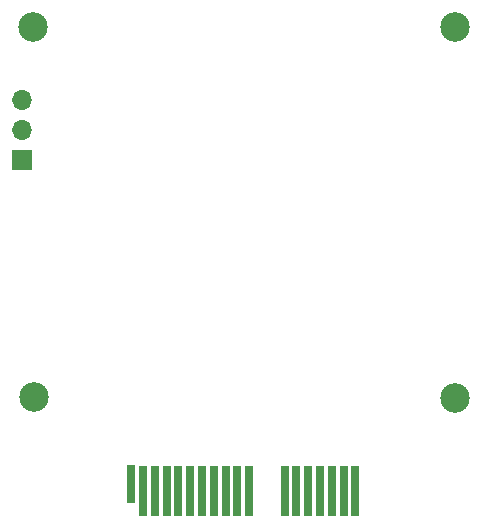
<source format=gbr>
%TF.GenerationSoftware,KiCad,Pcbnew,(6.0.0-0)*%
%TF.CreationDate,2022-02-10T00:31:10-05:00*%
%TF.ProjectId,ROM-Cartridge,524f4d2d-4361-4727-9472-696467652e6b,rev?*%
%TF.SameCoordinates,Original*%
%TF.FileFunction,Soldermask,Bot*%
%TF.FilePolarity,Negative*%
%FSLAX46Y46*%
G04 Gerber Fmt 4.6, Leading zero omitted, Abs format (unit mm)*
G04 Created by KiCad (PCBNEW (6.0.0-0)) date 2022-02-10 00:31:10*
%MOMM*%
%LPD*%
G01*
G04 APERTURE LIST*
%ADD10O,1.700000X1.700000*%
%ADD11R,1.700000X1.700000*%
%ADD12R,0.700000X3.200000*%
%ADD13R,0.700000X4.300000*%
%ADD14C,2.500000*%
G04 APERTURE END LIST*
D10*
%TO.C,SW1*%
X102230000Y-90310000D03*
X102230000Y-92850000D03*
D11*
X102230000Y-95390000D03*
%TD*%
D12*
%TO.C,J1*%
X111506000Y-122894000D03*
D13*
X112506000Y-123444000D03*
X113506000Y-123444000D03*
X114506000Y-123444000D03*
X115506000Y-123444000D03*
X116506000Y-123444000D03*
X117506000Y-123444000D03*
X118506000Y-123444000D03*
X119506000Y-123444000D03*
X120506000Y-123444000D03*
X121506000Y-123444000D03*
X126506000Y-123444000D03*
X127506000Y-123444000D03*
X128506000Y-123444000D03*
X129506000Y-123444000D03*
X130506000Y-123444000D03*
X124506000Y-123444000D03*
X125506000Y-123444000D03*
%TD*%
D14*
%TO.C,REF\u002A\u002A*%
X138960000Y-84150000D03*
%TD*%
%TO.C,REF\u002A\u002A*%
X138940000Y-115560000D03*
%TD*%
%TO.C,REF\u002A\u002A*%
X103300000Y-115500000D03*
%TD*%
%TO.C,REF\u002A\u002A*%
X103220000Y-84150000D03*
%TD*%
M02*

</source>
